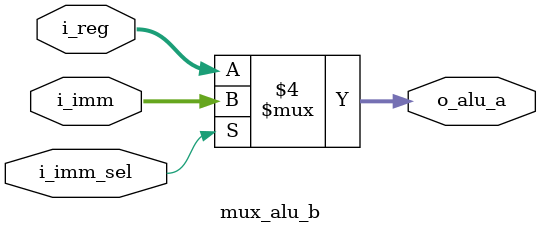
<source format=v>
`include "../parameter.v"

`timescale 1ns / 1ps

module mux_alu_b (
    input [63:0] i_reg,
    input [63:0] i_imm,
    input        i_imm_sel, //select if immediate operation
    output reg [63:0] o_alu_a
  );

  always @(*)
  begin
    if(i_imm_sel == 1'b1)
        o_alu_a = i_imm;
    else
        o_alu_a = i_reg;
  end

endmodule


</source>
